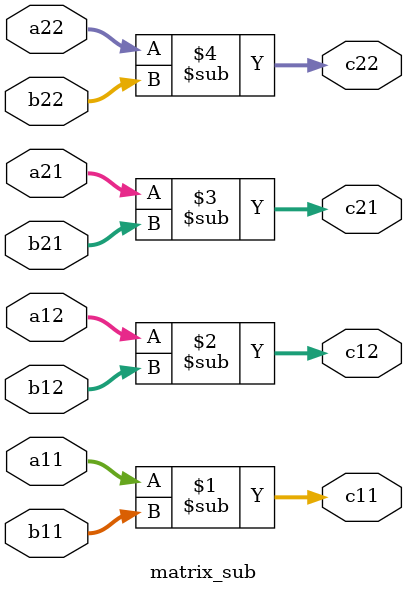
<source format=v>
`timescale 1ns / 1ps

module matrix_sub(
    input [31:0] a11, a12, a21, a22,  // 2x2 matrix A
    input [31:0] b11, b12, b21, b22,  // 2x2 matrix B
    output [31:0] c11, c12, c21, c22  // Resultant 2x2 matrix C = A - B
);
    assign c11 = a11 - b11;
    assign c12 = a12 - b12;
    assign c21 = a21 - b21;
    assign c22 = a22 - b22;
endmodule

</source>
